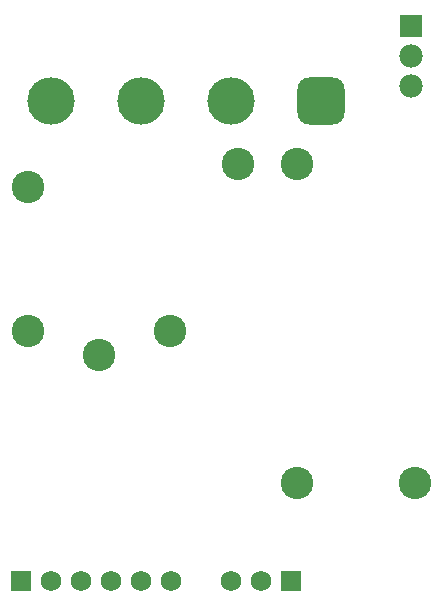
<source format=gbs>
G04*
G04 #@! TF.GenerationSoftware,Altium Limited,Altium Designer,20.2.5 (213)*
G04*
G04 Layer_Color=16711935*
%FSLAX25Y25*%
%MOIN*%
G70*
G04*
G04 #@! TF.SameCoordinates,D46C28A9-7DA0-4B25-B7FC-F21E02E80399*
G04*
G04*
G04 #@! TF.FilePolarity,Negative*
G04*
G01*
G75*
%ADD40C,0.06800*%
%ADD41R,0.06800X0.06800*%
%ADD42C,0.15800*%
G04:AMPARAMS|DCode=43|XSize=158mil|YSize=158mil|CornerRadius=41.5mil|HoleSize=0mil|Usage=FLASHONLY|Rotation=180.000|XOffset=0mil|YOffset=0mil|HoleType=Round|Shape=RoundedRectangle|*
%AMROUNDEDRECTD43*
21,1,0.15800,0.07500,0,0,180.0*
21,1,0.07500,0.15800,0,0,180.0*
1,1,0.08300,-0.03750,0.03750*
1,1,0.08300,0.03750,0.03750*
1,1,0.08300,0.03750,-0.03750*
1,1,0.08300,-0.03750,-0.03750*
%
%ADD43ROUNDEDRECTD43*%
%ADD44C,0.10800*%
%ADD45C,0.07800*%
%ADD46R,0.07800X0.07800*%
D40*
X90000Y20000D02*
D03*
X100000D02*
D03*
X70000D02*
D03*
X60000D02*
D03*
X50000D02*
D03*
X40000D02*
D03*
X30000D02*
D03*
D41*
X110000D02*
D03*
X20000D02*
D03*
D42*
X90000Y180000D02*
D03*
X60000D02*
D03*
X30000D02*
D03*
D43*
X120000D02*
D03*
D44*
X22378Y151347D02*
D03*
X46000Y95441D02*
D03*
X22378Y103315D02*
D03*
X69622D02*
D03*
X112000Y52701D02*
D03*
X151370D02*
D03*
X112000Y159000D02*
D03*
X92315Y159000D02*
D03*
D45*
X150000Y185000D02*
D03*
X150000Y195000D02*
D03*
D46*
X150000Y205000D02*
D03*
M02*

</source>
